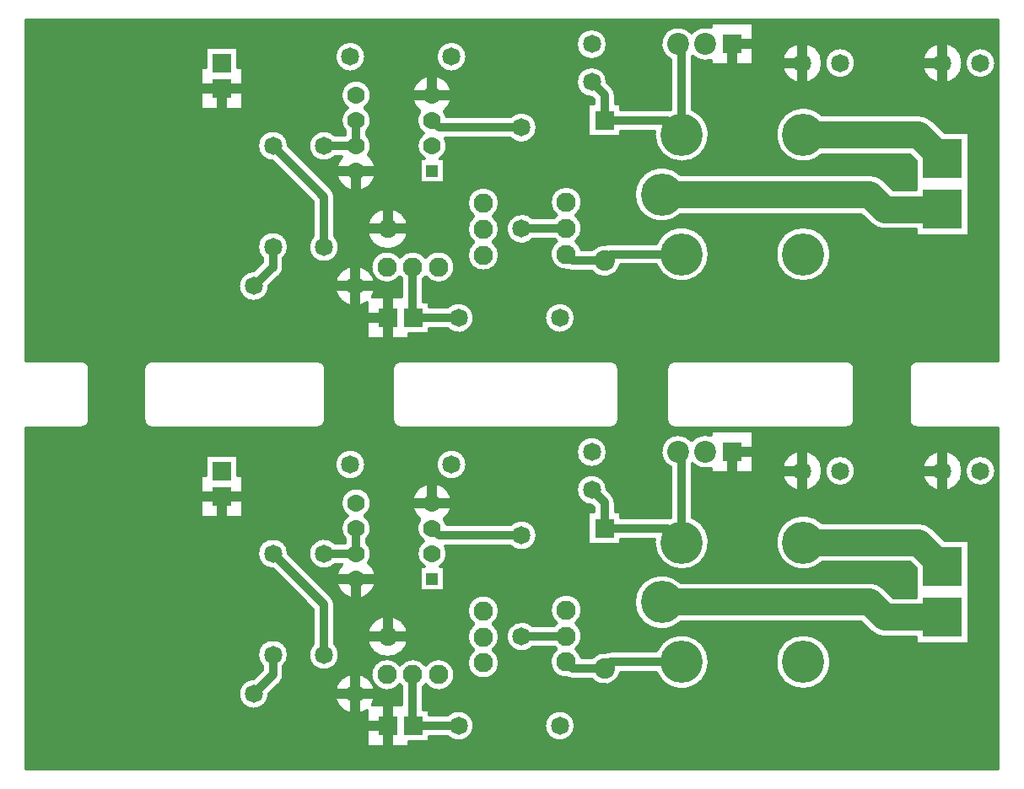
<source format=gbr>
G04 DesignSpark PCB Gerber Version 10.0 Build 5299*
G04 #@! TF.Part,Single*
G04 #@! TF.FileFunction,Copper,L2,Bot*
G04 #@! TF.FilePolarity,Positive*
%FSLAX35Y35*%
%MOIN*%
G04 #@! TA.AperFunction,ComponentPad*
%ADD21R,0.04567X0.04567*%
%ADD123R,0.07480X0.07480*%
%ADD23R,0.07756X0.07756*%
%ADD19R,0.07795X0.07795*%
G04 #@! TD.AperFunction*
%ADD10C,0.01200*%
%ADD114C,0.03465*%
%ADD11C,0.03937*%
G04 #@! TA.AperFunction,ComponentPad*
%ADD119C,0.06969*%
%ADD116C,0.07165*%
G04 #@! TA.AperFunction,ViaPad*
%ADD115C,0.07480*%
G04 #@! TA.AperFunction,ComponentPad*
%ADD106C,0.07677*%
%ADD120C,0.08110*%
%ADD118C,0.08661*%
G04 #@! TD.AperFunction*
%ADD29C,0.10748*%
G04 #@! TA.AperFunction,ComponentPad*
%ADD26C,0.16693*%
%ADD124R,0.15827X0.15827*%
G04 #@! TD.AperFunction*
X0Y0D02*
D02*
D10*
X28965Y163731D02*
Y28965D01*
X413180D01*
Y163731D01*
X381072D01*
G75*
G02*
X377904Y166899I0J3169D01*
G01*
Y187057D01*
G75*
G02*
X381072Y190225I3169J0D01*
G01*
X413180D01*
Y324991D01*
X28965D01*
Y190225D01*
X50994D01*
G75*
G02*
X54162Y187057I0J-3169D01*
G01*
Y166899D01*
G75*
G02*
X50994Y163731I-3169J0D01*
G01*
X28965D01*
X144222Y190225D02*
G75*
G02*
X147391Y187057I0J-3169D01*
G01*
Y166899D01*
G75*
G02*
X144222Y163731I-3169J0D01*
G01*
X78710D01*
G75*
G02*
X75542Y166899I0J3169D01*
G01*
Y187057D01*
G75*
G02*
X78710Y190225I3169J0D01*
G01*
X144222D01*
X112734Y144939D02*
X114702D01*
Y128387D01*
X98151D01*
Y144939D01*
X100120D01*
Y152970D01*
X112734D01*
Y144939D01*
X120433Y73986D02*
G75*
G02*
X132735I6151J0D01*
G01*
G75*
G02*
X130885Y69588I-6151J0D01*
G01*
Y66112D01*
G75*
G02*
X129622Y63067I-4301J0D01*
G01*
X125176Y58621D01*
G75*
G02*
X125176Y58553I-6152J-70D01*
G01*
G75*
G02*
X119025Y52402I-6151J0D01*
G01*
G75*
G02*
X112874Y58553I0J6151D01*
G01*
G75*
G02*
X119025Y64704I6151J0D01*
G01*
G75*
G02*
X119094Y64704I-1J-6152D01*
G01*
X122283Y67893D01*
Y69588D01*
G75*
G02*
X120433Y73986I4301J4398D01*
G01*
X151043Y78383D02*
G75*
G02*
X152893Y73986I-4301J-4398D01*
G01*
G75*
G02*
X140591I-6151J0D01*
G01*
G75*
G02*
X142441Y78383I6151J0D01*
G01*
Y92047D01*
X126653Y107835D01*
G75*
G02*
X120433Y113986I-69J6151D01*
G01*
G75*
G02*
X132735I6151J0D01*
G01*
G75*
G02*
X132735Y113917I-6152J1D01*
G01*
X149780Y96873D01*
G75*
G02*
X151043Y93828I-3038J-3044D01*
G01*
Y78383D01*
X195572Y50255D02*
G75*
G02*
X206121Y45954I4398J-4301D01*
G01*
G75*
G02*
X195572Y41654I-6151J0D01*
G01*
X188324D01*
Y39647D01*
X180293D01*
Y37679D01*
X163742D01*
Y51943D01*
G75*
G02*
X150906Y58553I-4717J6609D01*
G01*
G75*
G02*
X167145I8120J0D01*
G01*
G75*
G02*
X165898Y54230I-8120J0D01*
G01*
X177559D01*
Y61363D01*
G75*
G02*
X176742Y62257I4302J4749D01*
G01*
G75*
G02*
X165217Y66112I-5118J3854D01*
G01*
G75*
G02*
X176742Y69966I6407J0D01*
G01*
G75*
G02*
X186978I5118J-3854D01*
G01*
G75*
G02*
X198503Y66112I5118J-3854D01*
G01*
G75*
G02*
X186978Y62257I-6407J0D01*
G01*
G75*
G02*
X186161Y61363I-5119J3854D01*
G01*
Y52261D01*
X188324D01*
Y50255D01*
X195572D01*
X164313Y110411D02*
G75*
G02*
X159458Y96004I-4855J-6385D01*
G01*
G75*
G02*
X153814Y109724I0J8021D01*
G01*
X151178D01*
G75*
G02*
X140591Y113986I-4436J4261D01*
G01*
G75*
G02*
X151101Y118326I6151J0D01*
G01*
X155157D01*
Y119766D01*
G75*
G02*
X156047Y129025I4301J4259D01*
G01*
G75*
G02*
X159458Y140078I3411J5000D01*
G01*
G75*
G02*
X162869Y129025I0J-6053D01*
G01*
G75*
G02*
X163759Y119766I-3411J-5000D01*
G01*
Y118284D01*
G75*
G02*
X164313Y110411I-4300J-4259D01*
G01*
X163661Y81230D02*
G75*
G02*
X180216I8277J0D01*
G01*
G75*
G02*
X163661I-8277J0D01*
G01*
X112734Y306198D02*
X114702D01*
Y289647D01*
X98151D01*
Y306198D01*
X100120D01*
Y314230D01*
X112734D01*
Y306198D01*
X120433Y235246D02*
G75*
G02*
X132735I6151J0D01*
G01*
G75*
G02*
X130885Y230848I-6151J0D01*
G01*
Y227372D01*
G75*
G02*
X129622Y224327I-4301J0D01*
G01*
X125176Y219881D01*
G75*
G02*
X125176Y219813I-6152J-70D01*
G01*
G75*
G02*
X119025Y213661I-6151J0D01*
G01*
G75*
G02*
X112874Y219813I0J6151D01*
G01*
G75*
G02*
X119025Y225964I6151J0D01*
G01*
G75*
G02*
X119094Y225963I-1J-6152D01*
G01*
X122283Y229153D01*
Y230848D01*
G75*
G02*
X120433Y235246I4301J4398D01*
G01*
X151043Y239643D02*
G75*
G02*
X152893Y235246I-4301J-4398D01*
G01*
G75*
G02*
X140591I-6151J0D01*
G01*
G75*
G02*
X142441Y239643I6151J0D01*
G01*
Y253307D01*
X126653Y269095D01*
G75*
G02*
X120433Y275246I-69J6151D01*
G01*
G75*
G02*
X132735I6151J0D01*
G01*
G75*
G02*
X132735Y275177I-6152J1D01*
G01*
X149780Y258133D01*
G75*
G02*
X151043Y255088I-3038J-3044D01*
G01*
Y239643D01*
X195572Y211515D02*
G75*
G02*
X206121Y207214I4398J-4301D01*
G01*
G75*
G02*
X195572Y202913I-6151J0D01*
G01*
X188324D01*
Y200907D01*
X180293D01*
Y198939D01*
X163742D01*
Y213203D01*
G75*
G02*
X150906Y219813I-4717J6609D01*
G01*
G75*
G02*
X167145I8120J0D01*
G01*
G75*
G02*
X165898Y215490I-8120J0D01*
G01*
X177559D01*
Y222622D01*
G75*
G02*
X176742Y223517I4302J4749D01*
G01*
G75*
G02*
X165217Y227372I-5118J3854D01*
G01*
G75*
G02*
X176742Y231226I6407J0D01*
G01*
G75*
G02*
X186978I5118J-3854D01*
G01*
G75*
G02*
X198503Y227372I5118J-3854D01*
G01*
G75*
G02*
X186978Y223517I-6407J0D01*
G01*
G75*
G02*
X186161Y222622I-5119J3854D01*
G01*
Y213521D01*
X188324D01*
Y211515D01*
X195572D01*
X260128Y190225D02*
G75*
G02*
X263296Y187057I0J-3169D01*
G01*
Y166899D01*
G75*
G02*
X260128Y163731I-3169J0D01*
G01*
X176978D01*
G75*
G02*
X173809Y166899I0J3169D01*
G01*
Y187057D01*
G75*
G02*
X176978Y190225I3169J0D01*
G01*
X260128D01*
X220454Y125531D02*
G75*
G02*
X231003Y121230I4398J-4301D01*
G01*
G75*
G02*
X220454Y116929I-6151J0D01*
G01*
X194769D01*
G75*
G02*
X192639Y108876I-5311J-2904D01*
G01*
X194309D01*
Y99175D01*
X184608D01*
Y108876D01*
X186278D01*
G75*
G02*
X186047Y119025I3181J5150D01*
G01*
G75*
G02*
X184604Y127640I3411J5000D01*
G01*
G75*
G02*
X189458Y142046I4855J6385D01*
G01*
G75*
G02*
X194313Y127640I0J-8021D01*
G01*
G75*
G02*
X195321Y125531I-4856J-3615D01*
G01*
X220454D01*
X203327Y91309D02*
G75*
G02*
X216141I6407J0D01*
G01*
G75*
G02*
X213588Y86191I-6407J0D01*
G01*
G75*
G02*
Y75954I-3854J-5118D01*
G01*
G75*
G02*
X216141Y70836I-3854J-5118D01*
G01*
G75*
G02*
X203327I-6407J0D01*
G01*
G75*
G02*
X205880Y75954I6407J0D01*
G01*
G75*
G02*
Y86191I3854J5118D01*
G01*
G75*
G02*
X203327Y91309I3854J5118D01*
G01*
X278088Y75452D02*
G75*
G02*
X299035Y71151I10032J-4301D01*
G01*
G75*
G02*
X278088Y66850I-10915J0D01*
G01*
X264009D01*
G75*
G02*
X252570Y64252I-6401J1702D01*
G01*
X245088D01*
G75*
G02*
X243045Y64768I0J4301D01*
G01*
G75*
G02*
X238635Y76269I-556J6383D01*
G01*
G75*
G02*
X237741Y77087I3854J5119D01*
G01*
X229398D01*
G75*
G02*
X218701Y81230I-4546J4143D01*
G01*
G75*
G02*
X229090Y85688I6151J0D01*
G01*
X237741D01*
G75*
G02*
X238635Y86506I4749J-4302D01*
G01*
G75*
G02*
X236083Y91624I3854J5118D01*
G01*
G75*
G02*
X248897I6407J0D01*
G01*
G75*
G02*
X246344Y86506I-6407J0D01*
G01*
G75*
G02*
Y76269I-3854J-5118D01*
G01*
G75*
G02*
X248667Y72854I-3854J-5118D01*
G01*
X252570D01*
G75*
G02*
X258530Y75112I5037J-4301D01*
G01*
G75*
G02*
X260206Y75452I1676J-3961D01*
G01*
X278088D01*
X239970Y52106D02*
G75*
G02*
X246121Y45954I0J-6151D01*
G01*
G75*
G02*
X239970Y39803I-6151J0D01*
G01*
G75*
G02*
X233819Y45954I0J6151D01*
G01*
G75*
G02*
X239970Y52106I6151J0D01*
G01*
X197135Y155413D02*
G75*
G02*
X203287Y149261I0J-6151D01*
G01*
G75*
G02*
X197135Y143110I-6151J0D01*
G01*
G75*
G02*
X190984Y149261I0J6151D01*
G01*
G75*
G02*
X197135Y155413I6151J0D01*
G01*
X299569Y162734D02*
X316435D01*
Y145868D01*
X299569D01*
Y147761D01*
G75*
G02*
X292420Y149496I-2197J6540D01*
G01*
Y128427D01*
G75*
G02*
X288120Y107480I-4301J-10032D01*
G01*
G75*
G02*
X277205Y118395I0J10915D01*
G01*
G75*
G02*
X277291Y119764I10916J-1D01*
G01*
X264053D01*
Y117620D01*
X251163D01*
Y130509D01*
X253307D01*
Y132362D01*
X252637Y133032D01*
G75*
G02*
X246417Y139183I-69J6151D01*
G01*
G75*
G02*
X258720I6151J0D01*
G01*
G75*
G02*
X258719Y139114I-6152J1D01*
G01*
X260649Y137184D01*
G75*
G02*
X261909Y134143I-3041J-3041D01*
G01*
G75*
G02*
Y134142I-1574J0D01*
G01*
G75*
G02*
Y134138I-1722J-2D01*
G01*
Y130509D01*
X264053D01*
Y128365D01*
X282450D01*
G75*
G02*
X283431Y128252I0J-4302D01*
G01*
G75*
G02*
X283819Y128427I4691J-9856D01*
G01*
Y148051D01*
G75*
G02*
X286742Y161200I2923J6250D01*
G01*
G75*
G02*
X292057Y158700I0J-6900D01*
G01*
G75*
G02*
X299569Y160841I5315J-4399D01*
G01*
Y162734D01*
X391903Y119348D02*
X401631D01*
Y78387D01*
X380671D01*
Y80846D01*
X368474D01*
G75*
G02*
X362855Y83176I0J7943D01*
G01*
X359200Y86831D01*
X287732D01*
G75*
G02*
X269331Y94773I-7487J7943D01*
G01*
G75*
G02*
X287732Y102716I10915J0D01*
G01*
X362490D01*
G75*
G02*
X368109Y100386I0J-7943D01*
G01*
X371764Y96731D01*
X380671D01*
Y108116D01*
X378334Y110453D01*
X343638D01*
G75*
G02*
X325236Y118395I-7487J7943D01*
G01*
G75*
G02*
X343638Y126338I10915J0D01*
G01*
X381624D01*
G75*
G02*
X387243Y124008I0J-7943D01*
G01*
X391903Y119348D01*
X325236Y71151D02*
G75*
G02*
X347066I10915J0D01*
G01*
G75*
G02*
X325236I-10915J0D01*
G01*
X246417Y154183D02*
G75*
G02*
X258720I6151J0D01*
G01*
G75*
G02*
X246417I-6151J0D01*
G01*
X157135Y155413D02*
G75*
G02*
X163287Y149261I0J-6151D01*
G01*
G75*
G02*
X157135Y143110I-6151J0D01*
G01*
G75*
G02*
X150984Y149261I0J6151D01*
G01*
G75*
G02*
X157135Y155413I6151J0D01*
G01*
X164313Y271670D02*
G75*
G02*
X159458Y257264I-4855J-6385D01*
G01*
G75*
G02*
X153814Y270984I0J8021D01*
G01*
X151178D01*
G75*
G02*
X140591Y275246I-4436J4261D01*
G01*
G75*
G02*
X151101Y279586I6151J0D01*
G01*
X155157D01*
Y281026D01*
G75*
G02*
X156047Y290285I4301J4259D01*
G01*
G75*
G02*
X159458Y301338I3411J5000D01*
G01*
G75*
G02*
X162869Y290285I0J-6053D01*
G01*
G75*
G02*
X163759Y281026I-3411J-5000D01*
G01*
Y279544D01*
G75*
G02*
X164313Y271670I-4300J-4259D01*
G01*
X163661Y242490D02*
G75*
G02*
X180216I8277J0D01*
G01*
G75*
G02*
X163661I-8277J0D01*
G01*
X157135Y316672D02*
G75*
G02*
X163287Y310521I0J-6151D01*
G01*
G75*
G02*
X157135Y304370I-6151J0D01*
G01*
G75*
G02*
X150984Y310521I0J6151D01*
G01*
G75*
G02*
X157135Y316672I6151J0D01*
G01*
X220454Y286791D02*
G75*
G02*
X231003Y282490I4398J-4301D01*
G01*
G75*
G02*
X220454Y278189I-6151J0D01*
G01*
X194769D01*
G75*
G02*
X192639Y270135I-5311J-2904D01*
G01*
X194309D01*
Y260435D01*
X184608D01*
Y270135D01*
X186278D01*
G75*
G02*
X186047Y280285I3181J5150D01*
G01*
G75*
G02*
X184604Y288900I3411J5000D01*
G01*
G75*
G02*
X189458Y303306I4855J6385D01*
G01*
G75*
G02*
X194313Y288900I0J-8021D01*
G01*
G75*
G02*
X195321Y286791I-4856J-3615D01*
G01*
X220454D01*
X203327Y252569D02*
G75*
G02*
X216141I6407J0D01*
G01*
G75*
G02*
X213588Y247450I-6407J0D01*
G01*
G75*
G02*
Y237214I-3854J-5118D01*
G01*
G75*
G02*
X216141Y232096I-3854J-5118D01*
G01*
G75*
G02*
X203327I-6407J0D01*
G01*
G75*
G02*
X205880Y237214I6407J0D01*
G01*
G75*
G02*
Y247450I3854J5118D01*
G01*
G75*
G02*
X203327Y252569I3854J5118D01*
G01*
X278088Y236712D02*
G75*
G02*
X299035Y232411I10032J-4301D01*
G01*
G75*
G02*
X278088Y228110I-10915J0D01*
G01*
X264009D01*
G75*
G02*
X252570Y225512I-6401J1702D01*
G01*
X245088D01*
G75*
G02*
X243045Y226028I0J4301D01*
G01*
G75*
G02*
X238635Y237529I-556J6383D01*
G01*
G75*
G02*
X237741Y238346I3854J5119D01*
G01*
X229398D01*
G75*
G02*
X218701Y242490I-4546J4143D01*
G01*
G75*
G02*
X229090Y246948I6151J0D01*
G01*
X237741D01*
G75*
G02*
X238635Y247765I4749J-4302D01*
G01*
G75*
G02*
X236083Y252883I3854J5118D01*
G01*
G75*
G02*
X248897I6407J0D01*
G01*
G75*
G02*
X246344Y247765I-6407J0D01*
G01*
G75*
G02*
Y237529I-3854J-5118D01*
G01*
G75*
G02*
X248667Y234113I-3854J-5118D01*
G01*
X252570D01*
G75*
G02*
X258530Y236372I5037J-4301D01*
G01*
G75*
G02*
X260206Y236712I1676J-3961D01*
G01*
X278088D01*
X353356Y190225D02*
G75*
G02*
X356524Y187057I0J-3169D01*
G01*
Y166899D01*
G75*
G02*
X353356Y163731I-3169J0D01*
G01*
X285324D01*
G75*
G02*
X282156Y166899I0J3169D01*
G01*
Y187057D01*
G75*
G02*
X285324Y190225I3169J0D01*
G01*
X353356D01*
X327598Y146742D02*
G75*
G02*
X343838I8120J0D01*
G01*
G75*
G02*
X327598I-8120J0D01*
G01*
X350718Y152893D02*
G75*
G02*
X356869Y146742I0J-6151D01*
G01*
G75*
G02*
X350718Y140591I-6151J0D01*
G01*
G75*
G02*
X344567Y146742I0J6151D01*
G01*
G75*
G02*
X350718Y152893I6151J0D01*
G01*
X239970Y213365D02*
G75*
G02*
X246121Y207214I0J-6151D01*
G01*
G75*
G02*
X239970Y201063I-6151J0D01*
G01*
G75*
G02*
X233819Y207214I0J6151D01*
G01*
G75*
G02*
X239970Y213365I6151J0D01*
G01*
X197135Y316672D02*
G75*
G02*
X203287Y310521I0J-6151D01*
G01*
G75*
G02*
X197135Y304370I-6151J0D01*
G01*
G75*
G02*
X190984Y310521I0J6151D01*
G01*
G75*
G02*
X197135Y316672I6151J0D01*
G01*
X299569Y323994D02*
X316435D01*
Y307128D01*
X299569D01*
Y309020D01*
G75*
G02*
X292420Y310756I-2197J6540D01*
G01*
Y289687D01*
G75*
G02*
X288120Y268740I-4301J-10032D01*
G01*
G75*
G02*
X277205Y279655I0J10915D01*
G01*
G75*
G02*
X277291Y281024I10916J-1D01*
G01*
X264053D01*
Y278880D01*
X251163D01*
Y291769D01*
X253307D01*
Y293622D01*
X252637Y294292D01*
G75*
G02*
X246417Y300443I-69J6151D01*
G01*
G75*
G02*
X258720I6151J0D01*
G01*
G75*
G02*
X258719Y300374I-6152J1D01*
G01*
X260649Y298444D01*
G75*
G02*
X261909Y295403I-3041J-3041D01*
G01*
G75*
G02*
Y295402I-1574J0D01*
G01*
G75*
G02*
Y295398I-1722J-2D01*
G01*
Y291769D01*
X264053D01*
Y289625D01*
X282450D01*
G75*
G02*
X283431Y289512I0J-4302D01*
G01*
G75*
G02*
X283819Y289687I4691J-9856D01*
G01*
Y309311D01*
G75*
G02*
X286742Y322460I2923J6250D01*
G01*
G75*
G02*
X292057Y319959I0J-6900D01*
G01*
G75*
G02*
X299569Y322101I5315J-4399D01*
G01*
Y323994D01*
X391903Y280608D02*
X401631D01*
Y239647D01*
X380671D01*
Y242106D01*
X368474D01*
G75*
G02*
X362855Y244436I0J7943D01*
G01*
X359200Y248091D01*
X287732D01*
G75*
G02*
X269331Y256033I-7487J7943D01*
G01*
G75*
G02*
X287732Y263976I10915J0D01*
G01*
X362490D01*
G75*
G02*
X368109Y261646I0J-7943D01*
G01*
X371764Y257991D01*
X380671D01*
Y269376D01*
X378334Y271713D01*
X343638D01*
G75*
G02*
X325236Y279655I-7487J7943D01*
G01*
G75*
G02*
X343638Y287598I10915J0D01*
G01*
X381624D01*
G75*
G02*
X387243Y285268I0J-7943D01*
G01*
X391903Y280608D01*
X325236Y232411D02*
G75*
G02*
X347066I10915J0D01*
G01*
G75*
G02*
X325236I-10915J0D01*
G01*
X246417Y315443D02*
G75*
G02*
X258720I6151J0D01*
G01*
G75*
G02*
X246417I-6151J0D01*
G01*
X327598Y308002D02*
G75*
G02*
X343838I8120J0D01*
G01*
G75*
G02*
X327598I-8120J0D01*
G01*
X350718Y314153D02*
G75*
G02*
X356869Y308002I0J-6151D01*
G01*
G75*
G02*
X350718Y301850I-6151J0D01*
G01*
G75*
G02*
X344567Y308002I0J6151D01*
G01*
G75*
G02*
X350718Y314153I6151J0D01*
G01*
X383031Y308002D02*
G75*
G02*
X399271I8120J0D01*
G01*
G75*
G02*
X383031I-8120J0D01*
G01*
X406151Y314153D02*
G75*
G02*
X412302Y308002I0J-6151D01*
G01*
G75*
G02*
X406151Y301850I-6151J0D01*
G01*
G75*
G02*
X400000Y308002I0J6151D01*
G01*
G75*
G02*
X406151Y314153I6151J0D01*
G01*
X383031Y146742D02*
G75*
G02*
X399271I8120J0D01*
G01*
G75*
G02*
X383031I-8120J0D01*
G01*
X406151Y152893D02*
G75*
G02*
X412302Y146742I0J-6151D01*
G01*
G75*
G02*
X406151Y140591I-6151J0D01*
G01*
G75*
G02*
X400000Y146742I0J6151D01*
G01*
G75*
G02*
X406151Y152893I6151J0D01*
G01*
X29565Y45954D02*
G36*
X29565Y45954D02*
Y29565D01*
X412580D01*
Y45954D01*
X246121D01*
Y45954D01*
G75*
G02*
X239970Y39803I-6151J0D01*
G01*
G75*
G02*
X233819Y45954I0J6151D01*
G01*
Y45954D01*
X206121D01*
G75*
G02*
X195572Y41654I-6151J0D01*
G01*
X188324D01*
Y39647D01*
X180293D01*
Y37679D01*
X163742D01*
Y45954D01*
X29565D01*
G37*
Y66269D02*
G36*
X29565Y66269D02*
Y45954D01*
X163742D01*
Y51943D01*
G75*
G02*
X150906Y58553I-4717J6609D01*
G01*
G75*
G02*
X156498Y66269I8120J0D01*
G01*
X130885D01*
Y66112D01*
G75*
G02*
X129622Y63067I-4302J0D01*
G01*
X125176Y58621D01*
G75*
G02*
X125176Y58570I-2971J-48D01*
G01*
G75*
G02*
Y58553I-3017J-9D01*
G01*
Y58552D01*
G75*
G02*
X119025Y52402I-6151J0D01*
G01*
G75*
G02*
X112874Y58552I0J6151D01*
G01*
Y58553D01*
Y58553D01*
G75*
G02*
X119025Y64704I6151J0D01*
G01*
G75*
G02*
X119094Y64704I17J-2980D01*
G01*
X120659Y66269D01*
X29565D01*
G37*
X165217Y66112D02*
G36*
X165217Y66112D02*
G75*
G02*
X165219Y66269I6409J-1D01*
G01*
X161552D01*
G75*
G02*
X167145Y58553I-2527J-7717D01*
G01*
Y58552D01*
G75*
G02*
X165898Y54230I-8118J0D01*
G01*
X177559D01*
Y61363D01*
G75*
G02*
X176742Y62257I4281J4731D01*
G01*
G75*
G02*
X165217Y66112I-5118J3854D01*
G01*
G37*
X186161Y61363D02*
G36*
X186161Y61363D02*
Y52261D01*
X188324D01*
Y50255D01*
X195572D01*
G75*
G02*
X206121Y45954I4398J-4301D01*
G01*
X233819D01*
Y45955D01*
G75*
G02*
X239970Y52106I6151J0D01*
G01*
G75*
G02*
X246121Y45955I0J-6151D01*
G01*
Y45954D01*
X412580D01*
Y66269D01*
X345913D01*
G75*
G02*
X326389I-9762J4882D01*
G01*
X297882D01*
G75*
G02*
X278357I-9762J4882D01*
G01*
X263826D01*
G75*
G02*
X252570Y64252I-6218J2283D01*
G01*
X245088D01*
G75*
G02*
X243045Y64768I1J4304D01*
G01*
G75*
G02*
X238341Y66269I-555J6383D01*
G01*
X214228D01*
G75*
G02*
X205240I-4494J4567D01*
G01*
X198501D01*
G75*
G02*
X198503Y66112I-6407J-159D01*
G01*
G75*
G02*
X186978Y62257I-6407J0D01*
G01*
G75*
G02*
X186161Y61363I-5099J3836D01*
G01*
G37*
X29565Y81230D02*
G36*
X29565Y81230D02*
Y66269D01*
X120659D01*
X122283Y67893D01*
Y69588D01*
G75*
G02*
X120433Y73986I4302J4398D01*
G01*
G75*
G02*
X132735I6151J0D01*
G01*
G75*
G02*
X130885Y69588I-6152J0D01*
G01*
Y66269D01*
X156498D01*
G75*
G02*
X161552I2527J-7717D01*
G01*
X165219D01*
G75*
G02*
X176742Y69966I6405J-157D01*
G01*
G75*
G02*
X186978I5118J-3854D01*
G01*
G75*
G02*
X198501Y66269I5118J-3854D01*
G01*
X205240D01*
G75*
G02*
X203327Y70836I4494J4567D01*
G01*
G75*
G02*
X205880Y75954I6407J0D01*
G01*
G75*
G02*
X203327Y81072I3854J5118D01*
G01*
G75*
G02*
X203329Y81230I6409J-1D01*
G01*
X180216D01*
G75*
G02*
X163661I-8277J0D01*
G01*
X151043D01*
Y78383D01*
G75*
G02*
X152893Y73986I-4302J-4398D01*
G01*
G75*
G02*
X140591I-6151J0D01*
G01*
G75*
G02*
X142441Y78383I6152J0D01*
G01*
Y81230D01*
X29565D01*
G37*
X216141Y70836D02*
G36*
X216141Y70836D02*
G75*
G02*
X214228Y66269I-6407J0D01*
G01*
X238341D01*
G75*
G02*
X236083Y71151I4150J4882D01*
G01*
G75*
G02*
X238635Y76269I6407J0D01*
G01*
G75*
G02*
X237741Y77087I3836J5099D01*
G01*
X229398D01*
G75*
G02*
X218701Y81230I-4546J4144D01*
G01*
X216139D01*
G75*
G02*
X216141Y81072I-6407J-159D01*
G01*
G75*
G02*
X213588Y75954I-6407J0D01*
G01*
G75*
G02*
X216141Y70836I-3854J-5118D01*
G01*
G37*
X246344Y76269D02*
G36*
X246344Y76269D02*
G75*
G02*
X248667Y72854I-3852J-5116D01*
G01*
X252570D01*
G75*
G02*
X258530Y75112I5037J-4301D01*
G01*
G75*
G02*
X260206Y75452I1676J-3959D01*
G01*
X278088D01*
G75*
G02*
X283930Y81230I10032J-4301D01*
G01*
X248895D01*
G75*
G02*
X246344Y76269I-6405J157D01*
G01*
G37*
X264009Y66850D02*
G36*
X264009Y66850D02*
G75*
G02*
X263826Y66269I-6402J1702D01*
G01*
X278357D01*
G75*
G02*
X278088Y66850I9763J4884D01*
G01*
X264009D01*
G37*
X299035Y71151D02*
G36*
X299035Y71151D02*
G75*
G02*
X297882Y66269I-10915J0D01*
G01*
X326389D01*
G75*
G02*
X325236Y71151I9763J4882D01*
G01*
G75*
G02*
X331961Y81230I10915J0D01*
G01*
X292309D01*
G75*
G02*
X299035Y71151I-4189J-10079D01*
G01*
G37*
X347066D02*
G36*
X347066Y71151D02*
G75*
G02*
X345913Y66269I-10915J0D01*
G01*
X412580D01*
Y81230D01*
X401631D01*
Y78387D01*
X380671D01*
Y80846D01*
X368474D01*
G75*
G02*
X366036Y81230I0J7944D01*
G01*
X340341D01*
G75*
G02*
X347066Y71151I-4190J-10079D01*
G01*
G37*
X29565Y93986D02*
G36*
X29565Y93986D02*
Y81230D01*
X142441D01*
Y92047D01*
X140502Y93986D01*
X29565D01*
G37*
X151043Y93828D02*
G36*
X151043Y93828D02*
Y81230D01*
X163661D01*
G75*
G02*
X180216I8277J0D01*
G01*
X203329D01*
G75*
G02*
X205880Y86191I6405J-157D01*
G01*
G75*
G02*
X203327Y91309I3854J5118D01*
G01*
G75*
G02*
X203913Y93986I6407J0D01*
G01*
X151040D01*
G75*
G02*
X151043Y93828I-4301J-154D01*
G01*
G37*
X213588Y86191D02*
G36*
X213588Y86191D02*
G75*
G02*
X216139Y81230I-3854J-5118D01*
G01*
X218701D01*
G75*
G02*
X229090Y85688I6151J0D01*
G01*
X237741D01*
G75*
G02*
X238635Y86506I4731J-4281D01*
G01*
G75*
G02*
X236083Y91624I3854J5118D01*
G01*
G75*
G02*
X236534Y93986I6407J0D01*
G01*
X215555D01*
G75*
G02*
X216141Y91309I-5821J-2678D01*
G01*
G75*
G02*
X213588Y86191I-6407J0D01*
G01*
G37*
X248897Y81387D02*
G36*
X248897Y81387D02*
G75*
G02*
X248895Y81230I-6409J1D01*
G01*
X283930D01*
G75*
G02*
X292309I4189J-10079D01*
G01*
X331961D01*
G75*
G02*
X340341I4190J-10078D01*
G01*
X366036D01*
G75*
G02*
X362855Y83176I2438J7560D01*
G01*
X359200Y86831D01*
X287732D01*
G75*
G02*
X269359Y93986I-7487J7943D01*
G01*
X248446D01*
G75*
G02*
X248897Y91624I-5956J-2362D01*
G01*
G75*
G02*
X246344Y86506I-6407J0D01*
G01*
G75*
G02*
X248897Y81387I-3854J-5118D01*
G01*
G37*
X401631Y93986D02*
G36*
X401631Y93986D02*
Y81230D01*
X412580D01*
Y93986D01*
X401631D01*
G37*
X29565Y118041D02*
G36*
X29565Y118041D02*
Y93986D01*
X140502D01*
X126653Y107835D01*
G75*
G02*
X120433Y113986I-68J6151D01*
G01*
G75*
G02*
X121959Y118041I6151J0D01*
G01*
X29565D01*
G37*
X131209D02*
G36*
X131209Y118041D02*
G75*
G02*
X132735Y113986I-4625J-4055D01*
G01*
G75*
G02*
Y113969I-2948J-8D01*
G01*
G75*
G02*
X132735Y113917I-2994J-3D01*
G01*
X149780Y96873D01*
G75*
G02*
X151040Y93986I-3039J-3045D01*
G01*
X203913D01*
G75*
G02*
X215555I5821J-2677D01*
G01*
X236534D01*
G75*
G02*
X248446I5956J-2362D01*
G01*
X269359D01*
G75*
G02*
X269331Y94773I10889J786D01*
G01*
G75*
G02*
X287732Y102716I10915J0D01*
G01*
X362490D01*
G75*
G02*
X368109Y100386I-1J-7944D01*
G01*
X371764Y96731D01*
X380671D01*
Y108116D01*
X378334Y110453D01*
X343638D01*
G75*
G02*
X325242Y118041I-7487J7943D01*
G01*
X299029D01*
G75*
G02*
X288120Y107480I-10909J354D01*
G01*
G75*
G02*
X277211Y118041I0J10915D01*
G01*
X264053D01*
Y117620D01*
X251163D01*
Y118041D01*
X230112D01*
G75*
G02*
X220454Y116929I-5260J3189D01*
G01*
X194769D01*
G75*
G02*
X195511Y114025I-5311J-2904D01*
G01*
G75*
G02*
X192639Y108876I-6053J0D01*
G01*
X194309D01*
Y99175D01*
X184608D01*
Y108876D01*
X186278D01*
G75*
G02*
X183406Y114025I3181J5150D01*
G01*
G75*
G02*
X184930Y118041I6053J0D01*
G01*
X163987D01*
G75*
G02*
X165511Y114025I-4529J-4016D01*
G01*
G75*
G02*
X164313Y110411I-6052J0D01*
G01*
G75*
G02*
X167480Y104025I-4855J-6385D01*
G01*
G75*
G02*
X159458Y96004I-8021J0D01*
G01*
G75*
G02*
X151437Y104025I0J8021D01*
G01*
G75*
G02*
X153814Y109724I8021J0D01*
G01*
X151178D01*
G75*
G02*
X140591Y113986I-4436J4261D01*
G01*
G75*
G02*
X142117Y118041I6151J0D01*
G01*
X131209D01*
G37*
X401631D02*
G36*
X401631Y118041D02*
Y93986D01*
X412580D01*
Y118041D01*
X401631D01*
G37*
X29565Y140679D02*
G36*
X29565Y140679D02*
Y118041D01*
X121959D01*
G75*
G02*
X131209I4625J-4055D01*
G01*
X142117D01*
G75*
G02*
X151101Y118326I4625J-4056D01*
G01*
X155157D01*
Y119766D01*
G75*
G02*
X153406Y124025I4300J4259D01*
G01*
G75*
G02*
X156047Y129025I6052J0D01*
G01*
G75*
G02*
X153406Y134025I3411J5000D01*
G01*
G75*
G02*
X159458Y140078I6053J0D01*
G01*
G75*
G02*
X165511Y134025I0J-6053D01*
G01*
G75*
G02*
X162869Y129025I-6053J0D01*
G01*
G75*
G02*
X165511Y124025I-3411J-5000D01*
G01*
G75*
G02*
X163759Y119766I-6053J0D01*
G01*
Y118284D01*
G75*
G02*
X163987Y118041I-4302J-4259D01*
G01*
X184930D01*
G75*
G02*
X186047Y119025I4529J-4016D01*
G01*
G75*
G02*
X183406Y124025I3411J5000D01*
G01*
G75*
G02*
X184604Y127640I6054J0D01*
G01*
G75*
G02*
X181437Y134025I4855J6385D01*
G01*
G75*
G02*
X184978Y140679I8022J0D01*
G01*
X114702D01*
Y128387D01*
X98151D01*
Y140679D01*
X29565D01*
G37*
X194313Y127640D02*
G36*
X194313Y127640D02*
G75*
G02*
X195321Y125531I-4856J-3615D01*
G01*
X220454D01*
G75*
G02*
X231003Y121230I4398J-4300D01*
G01*
Y121230D01*
Y121230D01*
G75*
G02*
X230112Y118041I-6151J0D01*
G01*
X251163D01*
Y130509D01*
X253307D01*
Y132362D01*
X252637Y133032D01*
G75*
G02*
X246417Y139183I-68J6151D01*
G01*
G75*
G02*
X246602Y140679I6151J0D01*
G01*
X193938D01*
G75*
G02*
X197480Y134025I-4480J-6654D01*
G01*
G75*
G02*
X194313Y127640I-8021J0D01*
G01*
G37*
X258535Y140679D02*
G36*
X258535Y140679D02*
G75*
G02*
X258720Y139183I-5967J-1496D01*
G01*
G75*
G02*
Y139166I-2948J-8D01*
G01*
G75*
G02*
X258719Y139114I-2994J-3D01*
G01*
X260649Y137184D01*
G75*
G02*
X261909Y134143I-3042J-3042D01*
G01*
Y134142D01*
Y134138D01*
Y130509D01*
X264053D01*
Y128365D01*
X282450D01*
G75*
G02*
X283431Y128252I1J-4290D01*
G01*
G75*
G02*
X283819Y128427I4998J-10537D01*
G01*
Y140679D01*
X258535D01*
G37*
X264053Y119764D02*
G36*
X264053Y119764D02*
Y118041D01*
X277211D01*
G75*
G02*
X277205Y118395I10911J359D01*
G01*
G75*
G02*
X277291Y119764I10949J-3D01*
G01*
X264053D01*
G37*
X292420Y140679D02*
G36*
X292420Y140679D02*
Y128427D01*
G75*
G02*
X299035Y118395I-4301J-10032D01*
G01*
G75*
G02*
X299029Y118041I-10917J5D01*
G01*
X325242D01*
G75*
G02*
X325236Y118395I10917J359D01*
G01*
G75*
G02*
X343638Y126338I10915J0D01*
G01*
X381624D01*
G75*
G02*
X387243Y124008I-1J-7944D01*
G01*
X391903Y119348D01*
X401631D01*
Y118041D01*
X412580D01*
Y140679D01*
X407189D01*
G75*
G02*
X406151Y140591I-1038J6064D01*
G01*
G75*
G02*
X405113Y140679I0J6152D01*
G01*
X396552D01*
G75*
G02*
X385750I-5401J6063D01*
G01*
X351756D01*
G75*
G02*
X350718Y140591I-1038J6064D01*
G01*
G75*
G02*
X349680Y140679I0J6152D01*
G01*
X341119D01*
G75*
G02*
X330317I-5401J6063D01*
G01*
X292420D01*
G37*
X29565Y149261D02*
G36*
X29565Y149261D02*
Y140679D01*
X98151D01*
Y144939D01*
X100120D01*
Y149261D01*
X29565D01*
G37*
X112734D02*
G36*
X112734Y149261D02*
Y144939D01*
X114702D01*
Y140679D01*
X184978D01*
G75*
G02*
X189458Y142046I4480J-6654D01*
G01*
G75*
G02*
X193938Y140679I0J-8021D01*
G01*
X246602D01*
G75*
G02*
X258535I5967J-1496D01*
G01*
X283819D01*
Y148051D01*
G75*
G02*
X282030Y149261I2923J6250D01*
G01*
X256259D01*
G75*
G02*
X248878I-3690J4921D01*
G01*
X203287D01*
Y149261D01*
G75*
G02*
X197135Y143110I-6151J0D01*
G01*
G75*
G02*
X190984Y149261I0J6151D01*
G01*
Y149261D01*
X163287D01*
Y149261D01*
G75*
G02*
X157135Y143110I-6151J0D01*
G01*
G75*
G02*
X150984Y149261I0J6151D01*
G01*
Y149261D01*
X112734D01*
G37*
X292420D02*
G36*
X292420Y149261D02*
Y140679D01*
X330317D01*
G75*
G02*
X327598Y146742I5401J6063D01*
G01*
G75*
G02*
X327999Y149261I8120J0D01*
G01*
X316435D01*
Y145868D01*
X299569D01*
Y147761D01*
G75*
G02*
X292659Y149261I-2196J6541D01*
G01*
X292420D01*
G37*
X343838Y146742D02*
G36*
X343838Y146742D02*
G75*
G02*
X341119Y140679I-8120J0D01*
G01*
X349680D01*
G75*
G02*
X344567Y146741I1038J6063D01*
G01*
Y146742D01*
Y146742D01*
G75*
G02*
X345107Y149261I6151J0D01*
G01*
X343437D01*
G75*
G02*
X343838Y146742I-7719J-2520D01*
G01*
G37*
X356869Y146741D02*
G36*
X356869Y146741D02*
G75*
G02*
X351756Y140679I-6151J0D01*
G01*
X385750D01*
G75*
G02*
X383031Y146742I5401J6063D01*
G01*
G75*
G02*
X383432Y149261I8120J0D01*
G01*
X356330D01*
G75*
G02*
X356869Y146742I-5611J-2520D01*
G01*
Y146742D01*
Y146741D01*
G37*
X399271Y146742D02*
G36*
X399271Y146742D02*
G75*
G02*
X396552Y140679I-8120J0D01*
G01*
X405113D01*
G75*
G02*
X400000Y146741I1038J6063D01*
G01*
Y146742D01*
Y146742D01*
G75*
G02*
X400540Y149261I6151J0D01*
G01*
X398870D01*
G75*
G02*
X399271Y146742I-7719J-2520D01*
G01*
G37*
X412302Y146741D02*
G36*
X412302Y146741D02*
G75*
G02*
X407189Y140679I-6151J0D01*
G01*
X412580D01*
Y149261D01*
X411763D01*
G75*
G02*
X412302Y146742I-5611J-2520D01*
G01*
Y146742D01*
Y146741D01*
G37*
X29565Y163731D02*
G36*
X29565Y163731D02*
Y149261D01*
X100120D01*
Y152970D01*
X112734D01*
Y149261D01*
X150984D01*
Y149262D01*
G75*
G02*
X157135Y155413I6151J0D01*
G01*
G75*
G02*
X163287Y149262I0J-6151D01*
G01*
Y149261D01*
X190984D01*
Y149262D01*
G75*
G02*
X197135Y155413I6151J0D01*
G01*
G75*
G02*
X203287Y149262I0J-6151D01*
G01*
Y149261D01*
X248878D01*
G75*
G02*
X246417Y154183I3690J4921D01*
G01*
G75*
G02*
X258720I6151J0D01*
G01*
G75*
G02*
X256259Y149261I-6151J0D01*
G01*
X282030D01*
G75*
G02*
X279843Y154301I4712J5039D01*
G01*
G75*
G02*
X286742Y161200I6899J0D01*
G01*
G75*
G02*
X292057Y158700I0J-6898D01*
G01*
G75*
G02*
X299569Y160841I5315J-4398D01*
G01*
Y162734D01*
X316435D01*
Y149261D01*
X327999D01*
G75*
G02*
X343437I7719J-2520D01*
G01*
X345107D01*
G75*
G02*
X350718Y152893I5611J-2519D01*
G01*
G75*
G02*
X356330Y149261I0J-6151D01*
G01*
X383432D01*
G75*
G02*
X398870I7719J-2520D01*
G01*
X400540D01*
G75*
G02*
X406151Y152893I5611J-2519D01*
G01*
G75*
G02*
X411763Y149261I0J-6151D01*
G01*
X412580D01*
Y163731D01*
X381072D01*
G75*
G02*
X377904Y166899I0J3168D01*
G01*
Y166899D01*
Y176978D01*
X356524D01*
Y166899D01*
Y166899D01*
G75*
G02*
X353356Y163731I-3169J0D01*
G01*
X285324D01*
G75*
G02*
X282156Y166899I0J3168D01*
G01*
Y166899D01*
Y176978D01*
X263296D01*
Y166899D01*
Y166899D01*
G75*
G02*
X260128Y163731I-3169J0D01*
G01*
X176978D01*
G75*
G02*
X173809Y166899I0J3168D01*
G01*
Y166899D01*
Y176978D01*
X147391D01*
Y166899D01*
Y166899D01*
G75*
G02*
X144222Y163731I-3169J0D01*
G01*
X78710D01*
G75*
G02*
X75542Y166899I0J3168D01*
G01*
Y166899D01*
Y176978D01*
X54162D01*
Y166899D01*
Y166899D01*
G75*
G02*
X50994Y163731I-3169J0D01*
G01*
X29565D01*
G37*
X292420Y149496D02*
G36*
X292420Y149496D02*
Y149261D01*
X292659D01*
G75*
G02*
X292420Y149496I4714J5040D01*
G01*
G37*
X29565Y207214D02*
G36*
X29565Y207214D02*
Y190225D01*
X50994D01*
G75*
G02*
X54162Y187057I0J-3168D01*
G01*
Y187057D01*
Y176978D01*
X75542D01*
Y187057D01*
Y187057D01*
G75*
G02*
X78710Y190225I3169J0D01*
G01*
X144222D01*
G75*
G02*
X147391Y187057I0J-3168D01*
G01*
Y187057D01*
Y176978D01*
X173809D01*
Y187057D01*
Y187057D01*
G75*
G02*
X176978Y190225I3169J0D01*
G01*
X260128D01*
G75*
G02*
X263296Y187057I0J-3168D01*
G01*
Y187057D01*
Y176978D01*
X282156D01*
Y187057D01*
Y187057D01*
G75*
G02*
X285324Y190225I3169J0D01*
G01*
X353356D01*
G75*
G02*
X356524Y187057I0J-3168D01*
G01*
Y187057D01*
Y176978D01*
X377904D01*
Y187057D01*
Y187057D01*
G75*
G02*
X381072Y190225I3169J0D01*
G01*
X412580D01*
Y207214D01*
X246121D01*
Y207214D01*
G75*
G02*
X239970Y201063I-6151J0D01*
G01*
G75*
G02*
X233819Y207214I0J6151D01*
G01*
Y207214D01*
X206121D01*
G75*
G02*
X195572Y202913I-6151J0D01*
G01*
X188324D01*
Y200907D01*
X180293D01*
Y198939D01*
X163742D01*
Y207214D01*
X29565D01*
G37*
Y227529D02*
G36*
X29565Y227529D02*
Y207214D01*
X163742D01*
Y213203D01*
G75*
G02*
X150906Y219813I-4717J6609D01*
G01*
G75*
G02*
X156498Y227529I8120J0D01*
G01*
X130885D01*
Y227372D01*
G75*
G02*
X129622Y224327I-4302J0D01*
G01*
X125176Y219881D01*
G75*
G02*
X125176Y219830I-2971J-48D01*
G01*
G75*
G02*
Y219813I-3017J-9D01*
G01*
Y219812D01*
G75*
G02*
X119025Y213661I-6151J0D01*
G01*
G75*
G02*
X112874Y219812I0J6151D01*
G01*
Y219813D01*
Y219813D01*
G75*
G02*
X119025Y225964I6151J0D01*
G01*
G75*
G02*
X119094Y225963I17J-2980D01*
G01*
X120659Y227529D01*
X29565D01*
G37*
X165217Y227372D02*
G36*
X165217Y227372D02*
G75*
G02*
X165219Y227529I6409J-1D01*
G01*
X161552D01*
G75*
G02*
X167145Y219813I-2527J-7717D01*
G01*
Y219812D01*
G75*
G02*
X165898Y215490I-8118J0D01*
G01*
X177559D01*
Y222622D01*
G75*
G02*
X176742Y223517I4281J4731D01*
G01*
G75*
G02*
X165217Y227372I-5118J3854D01*
G01*
G37*
X186161Y222622D02*
G36*
X186161Y222622D02*
Y213521D01*
X188324D01*
Y211515D01*
X195572D01*
G75*
G02*
X206121Y207214I4398J-4301D01*
G01*
X233819D01*
Y207215D01*
G75*
G02*
X239970Y213365I6151J0D01*
G01*
G75*
G02*
X246121Y207215I0J-6151D01*
G01*
Y207214D01*
X412580D01*
Y227529D01*
X345913D01*
G75*
G02*
X326389I-9762J4882D01*
G01*
X297882D01*
G75*
G02*
X278357I-9762J4882D01*
G01*
X263826D01*
G75*
G02*
X252570Y225512I-6218J2283D01*
G01*
X245088D01*
G75*
G02*
X243045Y226028I1J4304D01*
G01*
G75*
G02*
X238341Y227529I-555J6383D01*
G01*
X214228D01*
G75*
G02*
X205240I-4494J4567D01*
G01*
X198501D01*
G75*
G02*
X198503Y227372I-6407J-159D01*
G01*
G75*
G02*
X186978Y223517I-6407J0D01*
G01*
G75*
G02*
X186161Y222622I-5099J3836D01*
G01*
G37*
X29565Y242490D02*
G36*
X29565Y242490D02*
Y227529D01*
X120659D01*
X122283Y229153D01*
Y230848D01*
G75*
G02*
X120433Y235246I4302J4398D01*
G01*
G75*
G02*
X132735I6151J0D01*
G01*
G75*
G02*
X130885Y230848I-6152J0D01*
G01*
Y227529D01*
X156498D01*
G75*
G02*
X161552I2527J-7717D01*
G01*
X165219D01*
G75*
G02*
X176742Y231226I6405J-157D01*
G01*
G75*
G02*
X186978I5118J-3854D01*
G01*
G75*
G02*
X198501Y227529I5118J-3854D01*
G01*
X205240D01*
G75*
G02*
X203327Y232096I4494J4567D01*
G01*
G75*
G02*
X205880Y237214I6407J0D01*
G01*
G75*
G02*
X203327Y242332I3854J5118D01*
G01*
G75*
G02*
X203329Y242490I6409J-1D01*
G01*
X180216D01*
G75*
G02*
X163661I-8277J0D01*
G01*
X151043D01*
Y239643D01*
G75*
G02*
X152893Y235246I-4302J-4398D01*
G01*
G75*
G02*
X140591I-6151J0D01*
G01*
G75*
G02*
X142441Y239643I6152J0D01*
G01*
Y242490D01*
X29565D01*
G37*
X216141Y232096D02*
G36*
X216141Y232096D02*
G75*
G02*
X214228Y227529I-6407J0D01*
G01*
X238341D01*
G75*
G02*
X236083Y232411I4150J4882D01*
G01*
G75*
G02*
X238635Y237529I6407J0D01*
G01*
G75*
G02*
X237741Y238346I3836J5099D01*
G01*
X229398D01*
G75*
G02*
X218701Y242490I-4546J4144D01*
G01*
X216139D01*
G75*
G02*
X216141Y242332I-6407J-159D01*
G01*
G75*
G02*
X213588Y237214I-6407J0D01*
G01*
G75*
G02*
X216141Y232096I-3854J-5118D01*
G01*
G37*
X246344Y237529D02*
G36*
X246344Y237529D02*
G75*
G02*
X248667Y234113I-3852J-5116D01*
G01*
X252570D01*
G75*
G02*
X258530Y236372I5037J-4301D01*
G01*
G75*
G02*
X260206Y236712I1676J-3959D01*
G01*
X278088D01*
G75*
G02*
X283930Y242490I10032J-4301D01*
G01*
X248895D01*
G75*
G02*
X246344Y237529I-6405J157D01*
G01*
G37*
X264009Y228110D02*
G36*
X264009Y228110D02*
G75*
G02*
X263826Y227529I-6402J1702D01*
G01*
X278357D01*
G75*
G02*
X278088Y228110I9763J4884D01*
G01*
X264009D01*
G37*
X299035Y232411D02*
G36*
X299035Y232411D02*
G75*
G02*
X297882Y227529I-10915J0D01*
G01*
X326389D01*
G75*
G02*
X325236Y232411I9763J4882D01*
G01*
G75*
G02*
X331961Y242490I10915J0D01*
G01*
X292309D01*
G75*
G02*
X299035Y232411I-4189J-10079D01*
G01*
G37*
X347066D02*
G36*
X347066Y232411D02*
G75*
G02*
X345913Y227529I-10915J0D01*
G01*
X412580D01*
Y242490D01*
X401631D01*
Y239647D01*
X380671D01*
Y242106D01*
X368474D01*
G75*
G02*
X366036Y242490I0J7944D01*
G01*
X340341D01*
G75*
G02*
X347066Y232411I-4190J-10079D01*
G01*
G37*
X29565Y255246D02*
G36*
X29565Y255246D02*
Y242490D01*
X142441D01*
Y253307D01*
X140502Y255246D01*
X29565D01*
G37*
X151043Y255088D02*
G36*
X151043Y255088D02*
Y242490D01*
X163661D01*
G75*
G02*
X180216I8277J0D01*
G01*
X203329D01*
G75*
G02*
X205880Y247450I6405J-157D01*
G01*
G75*
G02*
X203327Y252569I3854J5118D01*
G01*
G75*
G02*
X203913Y255246I6407J0D01*
G01*
X151040D01*
G75*
G02*
X151043Y255088I-4301J-154D01*
G01*
G37*
X213588Y247450D02*
G36*
X213588Y247450D02*
G75*
G02*
X216139Y242490I-3854J-5118D01*
G01*
X218701D01*
G75*
G02*
X229090Y246948I6151J0D01*
G01*
X237741D01*
G75*
G02*
X238635Y247765I4731J-4281D01*
G01*
G75*
G02*
X236083Y252883I3854J5118D01*
G01*
G75*
G02*
X236534Y255246I6407J0D01*
G01*
X215555D01*
G75*
G02*
X216141Y252569I-5821J-2678D01*
G01*
G75*
G02*
X213588Y247450I-6407J0D01*
G01*
G37*
X248897Y242647D02*
G36*
X248897Y242647D02*
G75*
G02*
X248895Y242490I-6409J1D01*
G01*
X283930D01*
G75*
G02*
X292309I4189J-10079D01*
G01*
X331961D01*
G75*
G02*
X340341I4190J-10078D01*
G01*
X366036D01*
G75*
G02*
X362855Y244436I2438J7560D01*
G01*
X359200Y248091D01*
X287732D01*
G75*
G02*
X269359Y255246I-7487J7943D01*
G01*
X248446D01*
G75*
G02*
X248897Y252883I-5956J-2362D01*
G01*
G75*
G02*
X246344Y247765I-6407J0D01*
G01*
G75*
G02*
X248897Y242647I-3854J-5118D01*
G01*
G37*
X401631Y255246D02*
G36*
X401631Y255246D02*
Y242490D01*
X412580D01*
Y255246D01*
X401631D01*
G37*
X29565Y279301D02*
G36*
X29565Y279301D02*
Y255246D01*
X140502D01*
X126653Y269095D01*
G75*
G02*
X120433Y275246I-68J6151D01*
G01*
G75*
G02*
X121959Y279301I6151J0D01*
G01*
X29565D01*
G37*
X131209D02*
G36*
X131209Y279301D02*
G75*
G02*
X132735Y275246I-4625J-4055D01*
G01*
G75*
G02*
Y275229I-2948J-8D01*
G01*
G75*
G02*
X132735Y275177I-2994J-3D01*
G01*
X149780Y258133D01*
G75*
G02*
X151040Y255246I-3039J-3045D01*
G01*
X203913D01*
G75*
G02*
X215555I5821J-2677D01*
G01*
X236534D01*
G75*
G02*
X248446I5956J-2362D01*
G01*
X269359D01*
G75*
G02*
X269331Y256033I10889J786D01*
G01*
G75*
G02*
X287732Y263976I10915J0D01*
G01*
X362490D01*
G75*
G02*
X368109Y261646I-1J-7944D01*
G01*
X371764Y257991D01*
X380671D01*
Y269376D01*
X378334Y271713D01*
X343638D01*
G75*
G02*
X325242Y279301I-7487J7943D01*
G01*
X299029D01*
G75*
G02*
X288120Y268740I-10909J354D01*
G01*
G75*
G02*
X277211Y279301I0J10915D01*
G01*
X264053D01*
Y278880D01*
X251163D01*
Y279301D01*
X230112D01*
G75*
G02*
X220454Y278189I-5260J3189D01*
G01*
X194769D01*
G75*
G02*
X195511Y275285I-5311J-2904D01*
G01*
G75*
G02*
X192639Y270135I-6053J0D01*
G01*
X194309D01*
Y260435D01*
X184608D01*
Y270135D01*
X186278D01*
G75*
G02*
X183406Y275285I3181J5150D01*
G01*
G75*
G02*
X184930Y279301I6053J0D01*
G01*
X163987D01*
G75*
G02*
X165511Y275285I-4529J-4016D01*
G01*
G75*
G02*
X164313Y271670I-6052J0D01*
G01*
G75*
G02*
X167480Y265285I-4855J-6385D01*
G01*
G75*
G02*
X159458Y257264I-8021J0D01*
G01*
G75*
G02*
X151437Y265285I0J8021D01*
G01*
G75*
G02*
X153814Y270984I8021J0D01*
G01*
X151178D01*
G75*
G02*
X140591Y275246I-4436J4261D01*
G01*
G75*
G02*
X142117Y279301I6151J0D01*
G01*
X131209D01*
G37*
X401631D02*
G36*
X401631Y279301D02*
Y255246D01*
X412580D01*
Y279301D01*
X401631D01*
G37*
X29565Y301939D02*
G36*
X29565Y301939D02*
Y279301D01*
X121959D01*
G75*
G02*
X131209I4625J-4055D01*
G01*
X142117D01*
G75*
G02*
X151101Y279586I4625J-4056D01*
G01*
X155157D01*
Y281026D01*
G75*
G02*
X153406Y285285I4300J4259D01*
G01*
G75*
G02*
X156047Y290285I6052J0D01*
G01*
G75*
G02*
X153406Y295285I3411J5000D01*
G01*
G75*
G02*
X159458Y301338I6053J0D01*
G01*
G75*
G02*
X165511Y295285I0J-6053D01*
G01*
G75*
G02*
X162869Y290285I-6053J0D01*
G01*
G75*
G02*
X165511Y285285I-3411J-5000D01*
G01*
G75*
G02*
X163759Y281026I-6053J0D01*
G01*
Y279544D01*
G75*
G02*
X163987Y279301I-4302J-4259D01*
G01*
X184930D01*
G75*
G02*
X186047Y280285I4529J-4016D01*
G01*
G75*
G02*
X183406Y285285I3411J5000D01*
G01*
G75*
G02*
X184604Y288900I6054J0D01*
G01*
G75*
G02*
X181437Y295285I4855J6385D01*
G01*
G75*
G02*
X184978Y301939I8022J0D01*
G01*
X114702D01*
Y289647D01*
X98151D01*
Y301939D01*
X29565D01*
G37*
X194313Y288900D02*
G36*
X194313Y288900D02*
G75*
G02*
X195321Y286791I-4856J-3615D01*
G01*
X220454D01*
G75*
G02*
X231003Y282490I4398J-4300D01*
G01*
Y282490D01*
Y282489D01*
G75*
G02*
X230112Y279301I-6151J0D01*
G01*
X251163D01*
Y291769D01*
X253307D01*
Y293622D01*
X252637Y294292D01*
G75*
G02*
X246417Y300443I-68J6151D01*
G01*
G75*
G02*
X246602Y301939I6151J0D01*
G01*
X193938D01*
G75*
G02*
X197480Y295285I-4480J-6654D01*
G01*
G75*
G02*
X194313Y288900I-8021J0D01*
G01*
G37*
X258535Y301939D02*
G36*
X258535Y301939D02*
G75*
G02*
X258720Y300443I-5967J-1496D01*
G01*
G75*
G02*
Y300426I-2948J-8D01*
G01*
G75*
G02*
X258719Y300374I-2994J-3D01*
G01*
X260649Y298444D01*
G75*
G02*
X261909Y295403I-3042J-3042D01*
G01*
Y295402D01*
Y295398D01*
Y291769D01*
X264053D01*
Y289625D01*
X282450D01*
G75*
G02*
X283431Y289512I1J-4290D01*
G01*
G75*
G02*
X283819Y289687I4998J-10537D01*
G01*
Y301939D01*
X258535D01*
G37*
X264053Y281024D02*
G36*
X264053Y281024D02*
Y279301D01*
X277211D01*
G75*
G02*
X277205Y279655I10911J359D01*
G01*
G75*
G02*
X277291Y281024I10949J-3D01*
G01*
X264053D01*
G37*
X292420Y301939D02*
G36*
X292420Y301939D02*
Y289687D01*
G75*
G02*
X299035Y279655I-4301J-10032D01*
G01*
G75*
G02*
X299029Y279301I-10917J5D01*
G01*
X325242D01*
G75*
G02*
X325236Y279655I10917J359D01*
G01*
G75*
G02*
X343638Y287598I10915J0D01*
G01*
X381624D01*
G75*
G02*
X387243Y285268I-1J-7944D01*
G01*
X391903Y280608D01*
X401631D01*
Y279301D01*
X412580D01*
Y301939D01*
X407189D01*
G75*
G02*
X406151Y301850I-1038J6064D01*
G01*
G75*
G02*
X405113Y301939I0J6152D01*
G01*
X396552D01*
G75*
G02*
X385750I-5401J6063D01*
G01*
X351756D01*
G75*
G02*
X350718Y301850I-1038J6064D01*
G01*
G75*
G02*
X349680Y301939I0J6152D01*
G01*
X341119D01*
G75*
G02*
X330317I-5401J6063D01*
G01*
X292420D01*
G37*
X29565Y310521D02*
G36*
X29565Y310521D02*
Y301939D01*
X98151D01*
Y306198D01*
X100120D01*
Y310521D01*
X29565D01*
G37*
X112734D02*
G36*
X112734Y310521D02*
Y306198D01*
X114702D01*
Y301939D01*
X184978D01*
G75*
G02*
X189458Y303306I4480J-6654D01*
G01*
G75*
G02*
X193938Y301939I0J-8021D01*
G01*
X246602D01*
G75*
G02*
X258535I5967J-1496D01*
G01*
X283819D01*
Y309311D01*
G75*
G02*
X282030Y310521I2923J6250D01*
G01*
X256259D01*
G75*
G02*
X248878I-3690J4921D01*
G01*
X203287D01*
Y310521D01*
G75*
G02*
X197135Y304370I-6151J0D01*
G01*
G75*
G02*
X190984Y310521I0J6151D01*
G01*
Y310521D01*
X163287D01*
Y310521D01*
G75*
G02*
X157135Y304370I-6151J0D01*
G01*
G75*
G02*
X150984Y310521I0J6151D01*
G01*
Y310521D01*
X112734D01*
G37*
X292420D02*
G36*
X292420Y310521D02*
Y301939D01*
X330317D01*
G75*
G02*
X327598Y308002I5401J6063D01*
G01*
G75*
G02*
X327999Y310521I8120J0D01*
G01*
X316435D01*
Y307128D01*
X299569D01*
Y309020D01*
G75*
G02*
X292659Y310521I-2196J6541D01*
G01*
X292420D01*
G37*
X343838Y308002D02*
G36*
X343838Y308002D02*
G75*
G02*
X341119Y301939I-8120J0D01*
G01*
X349680D01*
G75*
G02*
X344567Y308001I1038J6063D01*
G01*
Y308002D01*
Y308002D01*
G75*
G02*
X345107Y310521I6151J0D01*
G01*
X343437D01*
G75*
G02*
X343838Y308002I-7719J-2520D01*
G01*
G37*
X356869Y308001D02*
G36*
X356869Y308001D02*
G75*
G02*
X351756Y301939I-6151J0D01*
G01*
X385750D01*
G75*
G02*
X383031Y308002I5401J6063D01*
G01*
G75*
G02*
X383432Y310521I8120J0D01*
G01*
X356330D01*
G75*
G02*
X356869Y308002I-5611J-2520D01*
G01*
Y308002D01*
Y308001D01*
G37*
X399271Y308002D02*
G36*
X399271Y308002D02*
G75*
G02*
X396552Y301939I-8120J0D01*
G01*
X405113D01*
G75*
G02*
X400000Y308001I1038J6063D01*
G01*
Y308002D01*
Y308002D01*
G75*
G02*
X400540Y310521I6151J0D01*
G01*
X398870D01*
G75*
G02*
X399271Y308002I-7719J-2520D01*
G01*
G37*
X412302Y308001D02*
G36*
X412302Y308001D02*
G75*
G02*
X407189Y301939I-6151J0D01*
G01*
X412580D01*
Y310521D01*
X411763D01*
G75*
G02*
X412302Y308002I-5611J-2520D01*
G01*
Y308002D01*
Y308001D01*
G37*
X29565Y324391D02*
G36*
X29565Y324391D02*
Y310521D01*
X100120D01*
Y314230D01*
X112734D01*
Y310521D01*
X150984D01*
Y310522D01*
G75*
G02*
X157135Y316672I6151J0D01*
G01*
G75*
G02*
X163287Y310522I0J-6151D01*
G01*
Y310521D01*
X190984D01*
Y310522D01*
G75*
G02*
X197135Y316672I6151J0D01*
G01*
G75*
G02*
X203287Y310522I0J-6151D01*
G01*
Y310521D01*
X248878D01*
G75*
G02*
X246417Y315443I3690J4921D01*
G01*
G75*
G02*
X258720I6151J0D01*
G01*
G75*
G02*
X256259Y310521I-6151J0D01*
G01*
X282030D01*
G75*
G02*
X279843Y315561I4712J5039D01*
G01*
G75*
G02*
X286742Y322460I6899J0D01*
G01*
G75*
G02*
X292057Y319959I0J-6898D01*
G01*
G75*
G02*
X299569Y322101I5315J-4398D01*
G01*
Y323994D01*
X316435D01*
Y310521D01*
X327999D01*
G75*
G02*
X343437I7719J-2520D01*
G01*
X345107D01*
G75*
G02*
X350718Y314153I5611J-2519D01*
G01*
G75*
G02*
X356330Y310521I0J-6151D01*
G01*
X383432D01*
G75*
G02*
X398870I7719J-2520D01*
G01*
X400540D01*
G75*
G02*
X406151Y314153I5611J-2519D01*
G01*
G75*
G02*
X411763Y310521I0J-6151D01*
G01*
X412580D01*
Y324391D01*
X29565D01*
G37*
X292420Y310756D02*
G36*
X292420Y310756D02*
Y310521D01*
X292659D01*
G75*
G02*
X292420Y310756I4714J5040D01*
G01*
G37*
D02*
D11*
X104655Y136663D02*
X96781D01*
X104655Y297923D02*
X96781D01*
X106427Y134891D02*
Y127017D01*
Y296151D02*
Y288277D01*
X108198Y136663D02*
X116072D01*
X108198Y297923D02*
X116072D01*
X157411Y58553D02*
X149537D01*
X157411Y219813D02*
X149537D01*
X157943Y104025D02*
X150069D01*
X157943Y265285D02*
X150069D01*
X159025Y56939D02*
Y49065D01*
Y60167D02*
Y68041D01*
Y218198D02*
Y210324D01*
Y221427D02*
Y229301D01*
X159458Y102509D02*
Y94635D01*
Y263769D02*
Y255895D01*
X160639Y58553D02*
X168513D01*
X160639Y219813D02*
X168513D01*
X160974Y104025D02*
X168848D01*
X160974Y265285D02*
X168848D01*
X170167Y81230D02*
X162293D01*
X170167Y242490D02*
X162293D01*
X170246Y45954D02*
X162372D01*
X170246Y207214D02*
X162372D01*
X171939Y83002D02*
Y90876D01*
Y244261D02*
Y252135D01*
X172017Y44183D02*
Y36309D01*
Y47726D02*
Y55600D01*
Y205443D02*
Y197569D01*
Y208986D02*
Y216860D01*
X173710Y81230D02*
X181584D01*
X173710Y242490D02*
X181584D01*
X187943Y134025D02*
X180069D01*
X187943Y295285D02*
X180069D01*
X189458Y135541D02*
Y143415D01*
Y296801D02*
Y304675D01*
X190974Y134025D02*
X198848D01*
X190974Y295285D02*
X198848D01*
X308002Y152372D02*
Y144498D01*
Y313631D02*
Y305757D01*
X309931Y154301D02*
X317805D01*
X309931Y315561D02*
X317805D01*
X334104Y146742D02*
X326230D01*
X334104Y308002D02*
X326230D01*
X335718Y145128D02*
Y137254D01*
Y148356D02*
Y156230D01*
Y306387D02*
Y298513D01*
Y309616D02*
Y317490D01*
X389537Y146742D02*
X381663D01*
X389537Y308002D02*
X381663D01*
X391151Y145128D02*
Y137254D01*
Y148356D02*
Y156230D01*
Y306387D02*
Y298513D01*
Y309616D02*
Y317490D01*
D02*
D19*
X308002Y154301D03*
Y315561D03*
D02*
D21*
X189458Y104025D03*
Y265285D03*
D02*
D23*
X257608Y124065D03*
Y285324D03*
D02*
D26*
X280246Y94773D03*
Y256033D03*
X288120Y71151D03*
Y118395D03*
Y232411D03*
Y279655D03*
X336151Y71151D03*
Y118395D03*
Y232411D03*
Y279655D03*
D02*
D29*
X280246Y94773D02*
X362490D01*
X368474Y88789D01*
X391072D01*
X391151Y88868D01*
X280246Y256033D02*
X362490D01*
X368474Y250049D01*
X391072D01*
X391151Y250128D01*
X336151Y118395D02*
X381624D01*
X391151Y108868D01*
X336151Y279655D02*
X381624D01*
X391151Y270128D01*
D02*
D106*
X171624Y66112D03*
Y227372D03*
X181860Y66112D03*
Y227372D03*
X192096Y66112D03*
Y227372D03*
X209734Y70836D03*
Y81072D03*
Y91309D03*
Y232096D03*
Y242332D03*
Y252569D03*
X242490Y71151D03*
Y81387D03*
Y91624D03*
Y232411D03*
Y242647D03*
Y252883D03*
D02*
D114*
X126584Y73986D02*
Y66112D01*
X119025Y58553D01*
X126584Y235246D02*
Y227372D01*
X119025Y219813D01*
X146742Y73986D02*
Y93828D01*
X126584Y113986D01*
X146742Y235246D02*
Y255088D01*
X126584Y275246D01*
X159458Y114025D02*
X146781D01*
X146742Y113986D01*
X159458Y124025D02*
Y114025D01*
Y275285D02*
X146781D01*
X146742Y275246D01*
X159458Y285285D02*
Y275285D01*
X181860Y66112D02*
Y46112D01*
X182017Y45954D01*
X181860Y227372D02*
Y207372D01*
X182017Y207214D01*
X199970Y45954D02*
X182017D01*
X199970Y207214D02*
X182017D01*
X224852Y121230D02*
X192254D01*
X189458Y124025D01*
X224852Y282490D02*
X192254D01*
X189458Y285285D01*
X242490Y81387D02*
X225009D01*
X224852Y81230D01*
X242490Y242647D02*
X225009D01*
X224852Y242490D01*
X257608Y68553D02*
X245088D01*
X242490Y71151D01*
X257608Y124065D02*
Y134143D01*
X252569Y139183D01*
X257608Y124065D02*
X282450D01*
X288120Y118395D01*
X257608Y229813D02*
X245088D01*
X242490Y232411D01*
X257608Y285324D02*
Y295403D01*
X252569Y300443D01*
X257608Y285324D02*
X282450D01*
X288120Y279655D01*
Y71151D02*
X260206D01*
X257608Y68553D01*
X288120Y118395D02*
Y152923D01*
X286742Y154301D01*
X288120Y232411D02*
X260206D01*
X257608Y229813D01*
X288120Y279655D02*
Y314183D01*
X286742Y315561D01*
D02*
D115*
X171939Y81230D03*
Y242490D03*
D02*
D116*
X119025Y58553D03*
Y219813D03*
X126584Y73986D03*
Y113986D03*
Y235246D03*
Y275246D03*
X146742Y73986D03*
Y113986D03*
Y235246D03*
Y275246D03*
X157135Y149261D03*
Y310521D03*
X159025Y58553D03*
Y219813D03*
X197135Y149261D03*
Y310521D03*
X199970Y45954D03*
Y207214D03*
X224852Y81230D03*
Y121230D03*
Y242490D03*
Y282490D03*
X239970Y45954D03*
Y207214D03*
X252569Y139183D03*
Y154183D03*
Y300443D03*
Y315443D03*
X335718Y146742D03*
Y308002D03*
X350718Y146742D03*
Y308002D03*
X391151Y146742D03*
Y308002D03*
X406151Y146742D03*
Y308002D03*
D02*
D118*
X286742Y154301D03*
Y315561D03*
X297372Y154301D03*
Y315561D03*
D02*
D119*
X159458Y104025D03*
Y114025D03*
Y124025D03*
Y134025D03*
Y265285D03*
Y275285D03*
Y285285D03*
Y295285D03*
X189458Y114025D03*
Y124025D03*
Y134025D03*
Y275285D03*
Y285285D03*
Y295285D03*
D02*
D120*
X257608Y68553D03*
Y229813D03*
D02*
D123*
X106427Y136663D03*
Y146663D03*
Y297923D03*
Y307923D03*
X172017Y45954D03*
Y207214D03*
X182017Y45954D03*
Y207214D03*
D02*
D124*
X391151Y88868D03*
Y108868D03*
Y250128D03*
Y270128D03*
X0Y0D02*
M02*

</source>
